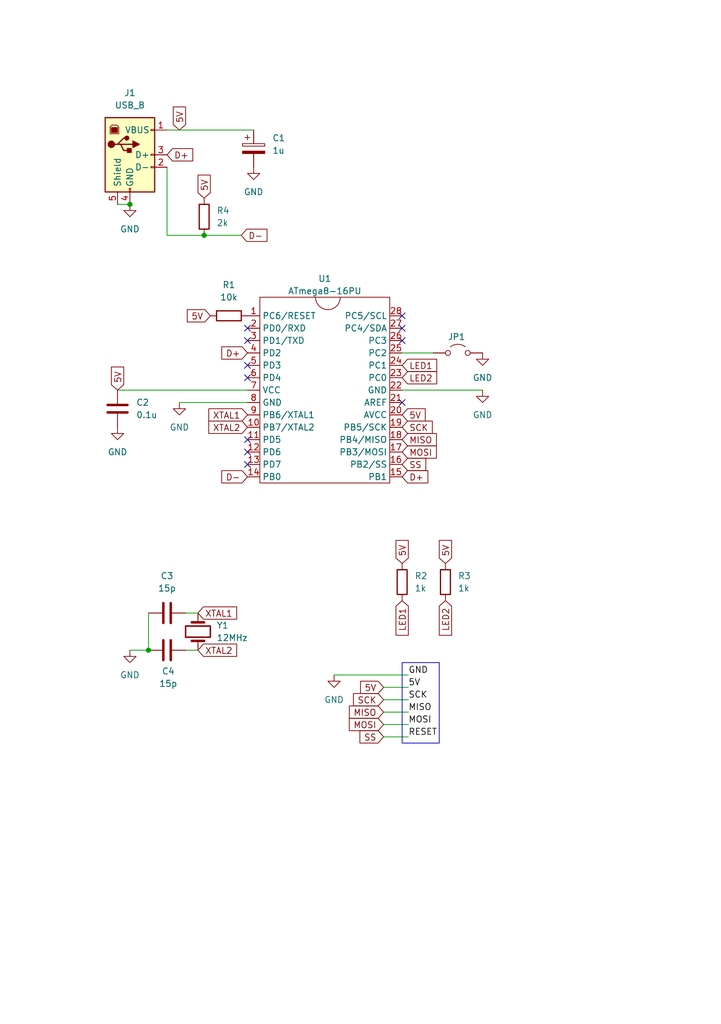
<source format=kicad_sch>
(kicad_sch (version 20231120) (generator "eeschema") (generator_version "8.0")
  (paper "A5" portrait)
  (lib_symbols
    (symbol "0Ore:ATmega8-16PU"
      (property "Reference" "U" (at 0 0 0))
      (symbol "ATmega8-16PU_0_1"
        (rectangle (start -13.97 40.64) (end 12.7 2.54))
        (arc (start -2.54 40.64) (mid -1.7961 38.8439) (end 0 38.1))
        (arc (start 0 38.1) (mid 1.7961 38.8439) (end 2.54 40.64))
      )
      (symbol "ATmega8-16PU_1_1"
        (pin unspecified line (at -16.51 36.83 0) (length 2.54) (name "PC6/RESET") (number "1"))
        (pin unspecified line (at -16.51 13.97 0) (length 2.54) (name "PB7/XTAL2") (number "10"))
        (pin unspecified line (at -16.51 11.43 0) (length 2.54) (name "PD5") (number "11"))
        (pin unspecified line (at -16.51 8.89 0) (length 2.54) (name "PD6") (number "12"))
        (pin unspecified line (at -16.51 6.35 0) (length 2.54) (name "PD7") (number "13"))
        (pin unspecified line (at -16.51 3.81 0) (length 2.54) (name "PB0") (number "14"))
        (pin unspecified line (at 15.24 3.81 180) (length 2.54) (name "PB1") (number "15"))
        (pin unspecified line (at 15.24 6.35 180) (length 2.54) (name "PB2/SS") (number "16"))
        (pin unspecified line (at 15.24 8.89 180) (length 2.54) (name "PB3/MOSI") (number "17"))
        (pin unspecified line (at 15.24 11.43 180) (length 2.54) (name "PB4/MISO") (number "18"))
        (pin unspecified line (at 15.24 13.97 180) (length 2.54) (name "PB5/SCK") (number "19"))
        (pin unspecified line (at -16.51 34.29 0) (length 2.54) (name "PD0/RXD") (number "2"))
        (pin unspecified line (at 15.24 16.51 180) (length 2.54) (name "AVCC") (number "20"))
        (pin unspecified line (at 15.24 19.05 180) (length 2.54) (name "AREF") (number "21"))
        (pin unspecified line (at 15.24 21.59 180) (length 2.54) (name "GND") (number "22"))
        (pin unspecified line (at 15.24 24.13 180) (length 2.54) (name "PC0") (number "23"))
        (pin unspecified line (at 15.24 26.67 180) (length 2.54) (name "PC1") (number "24"))
        (pin unspecified line (at 15.24 29.21 180) (length 2.54) (name "PC2") (number "25"))
        (pin unspecified line (at 15.24 31.75 180) (length 2.54) (name "PC3") (number "26"))
        (pin unspecified line (at 15.24 34.29 180) (length 2.54) (name "PC4/SDA") (number "27"))
        (pin unspecified line (at 15.24 36.83 180) (length 2.54) (name "PC5/SCL") (number "28"))
        (pin unspecified line (at -16.51 31.75 0) (length 2.54) (name "PD1/TXD") (number "3"))
        (pin unspecified line (at -16.51 29.21 0) (length 2.54) (name "PD2") (number "4"))
        (pin unspecified line (at -16.51 26.67 0) (length 2.54) (name "PD3") (number "5"))
        (pin unspecified line (at -16.51 24.13 0) (length 2.54) (name "PD4") (number "6"))
        (pin unspecified line (at -16.51 21.59 0) (length 2.54) (name "VCC") (number "7"))
        (pin unspecified line (at -16.51 19.05 0) (length 2.54) (name "GND") (number "8"))
        (pin unspecified line (at -16.51 16.51 0) (length 2.54) (name "PB6/XTAL1") (number "9"))
      )
    )
    (symbol "Connector:USB_B" (pin_names (offset 1.016))
      (property "Reference" "J" (at -5.08 11.43 0))
      (property "Value" "USB_B" (at -5.08 8.89 0))
      (symbol "USB_B_0_1"
        (rectangle (start -5.08 -7.62) (end 5.08 7.62) (stroke (width 0.254)) (fill (type background)))
        (circle (center -3.81 2.159) (radius 0.635) (stroke (width 0.254)) (fill (type outline)))
        (rectangle (start -3.81 5.588) (end -2.54 4.572) (fill (type outline)))
        (circle (center -0.635 3.429) (radius 0.381) (stroke (width 0.254)) (fill (type outline)))
        (rectangle (start -0.127 -7.62) (end 0.127 -6.858))
        (polyline (pts (xy -1.905 2.159) (xy 0.635 2.159)) (stroke (width 0.254)))
        (polyline (pts (xy -3.175 2.159) (xy -2.54 2.159) (xy -1.27 3.429) (xy -0.635 3.429)) (stroke (width 0.254)))
        (polyline (pts (xy -2.54 2.159) (xy -1.905 2.159) (xy -1.27 0.889) (xy 0 0.889)) (stroke (width 0.254)))
        (polyline (pts (xy 0.635 2.794) (xy 0.635 1.524) (xy 1.905 2.159) (xy 0.635 2.794)) (stroke (width 0.254)) (fill (type outline)))
        (polyline (pts (xy -4.064 4.318) (xy -2.286 4.318) (xy -2.286 5.715) (xy -2.667 6.096) (xy -3.683 6.096) (xy -4.064 5.715) (xy -4.064 4.318)))
        (rectangle (start 0.254 1.27) (end -0.508 0.508) (stroke (width 0.254)) (fill (type outline)))
        (rectangle (start 5.08 -2.667) (end 4.318 -2.413))
        (rectangle (start 5.08 -0.127) (end 4.318 0.127))
        (rectangle (start 5.08 4.953) (end 4.318 5.207))
      )
      (symbol "USB_B_1_1"
        (pin power_out line (at 7.62 5.08 180) (length 2.54) (name "VBUS") (number "1"))
        (pin bidirectional line (at 7.62 -2.54 180) (length 2.54) (name "D-") (number "2"))
        (pin bidirectional line (at 7.62 0 180) (length 2.54) (name "D+") (number "3"))
        (pin power_out line (at 0 -10.16 90) (length 2.54) (name "GND") (number "4"))
        (pin passive line (at -2.54 -10.16 90) (length 2.54) (name "Shield") (number "5"))
      )
    )
    (symbol "Device:C" (pin_numbers hide) (pin_names (offset 0.254))
      (property "Reference" "C" (at 0.635 2.54 0))
      (property "Value" "C" (at 0.635 -2.54 0))
      (symbol "C_0_1"
        (polyline (pts (xy -2.032 -0.762) (xy 2.032 -0.762)) (stroke (width 0.508)))
        (polyline (pts (xy -2.032 0.762) (xy 2.032 0.762)) (stroke (width 0.508)))
      )
      (symbol "C_1_1"
        (pin passive line (at 0 3.81 270) (length 2.794) (name "~") (number "1"))
        (pin passive line (at 0 -3.81 90) (length 2.794) (name "~") (number "2"))
      )
    )
    (symbol "Device:C_Polarized" (pin_numbers hide) (pin_names (offset 0.254))
      (property "Reference" "C" (at 0.635 2.54 0))
      (property "Value" "C_Polarized" (at 0.635 -2.54 0))
      (symbol "C_Polarized_0_1"
        (rectangle (start -2.286 0.508) (end 2.286 1.016))
        (polyline (pts (xy -1.778 2.286) (xy -0.762 2.286)))
        (polyline (pts (xy -1.27 2.794) (xy -1.27 1.778)))
        (rectangle (start 2.286 -0.508) (end -2.286 -1.016) (fill (type outline)))
      )
      (symbol "C_Polarized_1_1"
        (pin passive line (at 0 3.81 270) (length 2.794) (name "~") (number "1"))
        (pin passive line (at 0 -3.81 90) (length 2.794) (name "~") (number "2"))
      )
    )
    (symbol "Device:Crystal" (pin_numbers hide) (pin_names (offset 1.016) hide)
      (property "Reference" "Y" (at 0 3.81 0))
      (property "Value" "Crystal" (at 0 -3.81 0))
      (symbol "Crystal_0_1"
        (rectangle (start -1.143 2.54) (end 1.143 -2.54) (stroke (width 0.3048)))
        (polyline (pts (xy -2.54 0) (xy -1.905 0)))
        (polyline (pts (xy -1.905 -1.27) (xy -1.905 1.27)) (stroke (width 0.508)))
        (polyline (pts (xy 1.905 -1.27) (xy 1.905 1.27)) (stroke (width 0.508)))
        (polyline (pts (xy 2.54 0) (xy 1.905 0)))
      )
      (symbol "Crystal_1_1"
        (pin passive line (at -3.81 0 0) (length 1.27) (name "1") (number "1"))
        (pin passive line (at 3.81 0 180) (length 1.27) (name "2") (number "2"))
      )
    )
    (symbol "Device:R" (pin_numbers hide) (pin_names (offset 0))
      (property "Reference" "R" (at 2.032 0 90))
      (property "Value" "R" (at 0 0 90))
      (symbol "R_0_1"
        (rectangle (start -1.016 -2.54) (end 1.016 2.54) (stroke (width 0.254)))
      )
      (symbol "R_1_1"
        (pin passive line (at 0 3.81 270) (length 1.27) (name "~") (number "1"))
        (pin passive line (at 0 -3.81 90) (length 1.27) (name "~") (number "2"))
      )
    )
    (symbol "Jumper:Jumper_2_Open" (pin_numbers hide) (pin_names (offset 0) hide) (exclude_from_sim yes)
      (property "Reference" "JP" (at 0 2.794 0))
      (property "Value" "Jumper_2_Open" (at 0 -2.286 0))
      (symbol "Jumper_2_Open_0_0"
        (circle (center -2.032 0) (radius 0.508))
        (circle (center 2.032 0) (radius 0.508))
      )
      (symbol "Jumper_2_Open_0_1"
        (arc (start 1.524 1.27) (mid 0 1.778) (end -1.524 1.27))
      )
      (symbol "Jumper_2_Open_1_1"
        (pin passive line (at -5.08 0 0) (length 2.54) (name "A") (number "1"))
        (pin passive line (at 5.08 0 180) (length 2.54) (name "B") (number "2"))
      )
    )
    (symbol "power:GND" (power) (pin_numbers hide) (pin_names (offset 0) hide)
      (property "Value" "GND" (at 0 -3.81 0))
      (symbol "GND_0_1"
        (polyline (pts (xy 0 0) (xy 0 -1.27) (xy 1.27 -1.27) (xy 0 -2.54) (xy -1.27 -1.27) (xy 0 -1.27)))
      )
      (symbol "GND_1_1"
        (pin power_in line (at 0 0 270) (length 0) (name "~") (number "1"))
      )
    )
  )
  (junction (at 26.67 41.91))
  (junction (at 41.91 48.26))
  (junction (at 30.48 133.35))
  (no_connect (at 50.8 77.47))
  (no_connect (at 82.55 64.77))
  (no_connect (at 50.8 92.71))
  (no_connect (at 50.8 95.25))
  (no_connect (at 82.55 67.31))
  (no_connect (at 50.8 74.93))
  (no_connect (at 82.55 82.55))
  (no_connect (at 50.8 69.85))
  (no_connect (at 50.8 90.17))
  (no_connect (at 50.8 67.31))
  (no_connect (at 82.55 69.85))
  (wire (pts (xy 24.13 80.01) (xy 50.8 80.01)))
  (wire (pts (xy 38.1 125.73) (xy 40.64 125.73)))
  (wire (pts (xy 78.74 140.97) (xy 83.82 140.97)))
  (wire (pts (xy 68.58 138.43) (xy 83.82 138.43)))
  (wire (pts (xy 78.74 151.13) (xy 83.82 151.13)))
  (wire (pts (xy 78.74 143.51) (xy 83.82 143.51)))
  (wire (pts (xy 34.29 48.26) (xy 34.29 34.29)))
  (wire (pts (xy 24.13 41.91) (xy 26.67 41.91)))
  (wire (pts (xy 26.67 133.35) (xy 30.48 133.35)))
  (wire (pts (xy 78.74 148.59) (xy 83.82 148.59)))
  (wire (pts (xy 82.55 72.39) (xy 88.9 72.39)))
  (wire (pts (xy 78.74 146.05) (xy 83.82 146.05)))
  (wire (pts (xy 30.48 125.73) (xy 30.48 133.35)))
  (wire (pts (xy 41.91 48.26) (xy 34.29 48.26)))
  (wire (pts (xy 38.1 133.35) (xy 40.64 133.35)))
  (wire (pts (xy 34.29 26.67) (xy 52.07 26.67)))
  (wire (pts (xy 36.83 82.55) (xy 50.8 82.55)))
  (wire (pts (xy 49.53 48.26) (xy 41.91 48.26)))
  (wire (pts (xy 82.55 80.01) (xy 99.06 80.01)))
  (rectangle (start 82.55 135.89) (end 90.17 152.4))
  (label "5V" (at 83.82 140.97 0))
  (label "GND" (at 83.82 138.43 0))
  (label "MOSI" (at 83.82 148.59 0))
  (label "SCK" (at 83.82 143.51 0))
  (label "RESET" (at 83.82 151.13 0))
  (label "MISO" (at 83.82 146.05 0))
  (global_label "MOSI" (shape input) (at 82.55 92.71 0) (property "Intersheetrefs" "${INTERSHEET_REFS}" (effects (hide yes))))
  (global_label "D-" (shape input) (at 50.8 97.79 180) (property "Intersheetrefs" "${INTERSHEET_REFS}" (effects (hide yes))))
  (global_label "D+" (shape input) (at 82.55 97.79 0) (property "Intersheetrefs" "${INTERSHEET_REFS}" (effects (hide yes))))
  (global_label "MISO" (shape input) (at 78.74 146.05 180) (property "Intersheetrefs" "${INTERSHEET_REFS}" (effects (hide yes))))
  (global_label "SS" (shape input) (at 82.55 95.25 0) (property "Intersheetrefs" "${INTERSHEET_REFS}" (effects (hide yes))))
  (global_label "5V" (shape input) (at 36.83 26.67 90) (property "Intersheetrefs" "${INTERSHEET_REFS}" (effects (hide yes))))
  (global_label "LED2" (shape input) (at 82.55 77.47 0) (property "Intersheetrefs" "${INTERSHEET_REFS}" (effects (hide yes))))
  (global_label "XTAL1" (shape input) (at 50.8 85.09 180) (property "Intersheetrefs" "${INTERSHEET_REFS}" (effects (hide yes))))
  (global_label "5V" (shape input) (at 91.44 115.57 90) (property "Intersheetrefs" "${INTERSHEET_REFS}" (effects (hide yes))))
  (global_label "D-" (shape input) (at 49.53 48.26 0) (property "Intersheetrefs" "${INTERSHEET_REFS}" (effects (hide yes))))
  (global_label "SS" (shape input) (at 78.74 151.13 180) (property "Intersheetrefs" "${INTERSHEET_REFS}" (effects (hide yes))))
  (global_label "MISO" (shape input) (at 82.55 90.17 0) (property "Intersheetrefs" "${INTERSHEET_REFS}" (effects (hide yes))))
  (global_label "XTAL1" (shape input) (at 40.64 125.73 0) (property "Intersheetrefs" "${INTERSHEET_REFS}" (effects (hide yes))))
  (global_label "SCK" (shape input) (at 82.55 87.63 0) (property "Intersheetrefs" "${INTERSHEET_REFS}" (effects (hide yes))))
  (global_label "SCK" (shape input) (at 78.74 143.51 180) (property "Intersheetrefs" "${INTERSHEET_REFS}" (effects (hide yes))))
  (global_label "5V" (shape input) (at 24.13 80.01 90) (property "Intersheetrefs" "${INTERSHEET_REFS}" (effects (hide yes))))
  (global_label "XTAL2" (shape input) (at 40.64 133.35 0) (property "Intersheetrefs" "${INTERSHEET_REFS}" (effects (hide yes))))
  (global_label "5V" (shape input) (at 82.55 85.09 0) (property "Intersheetrefs" "${INTERSHEET_REFS}" (effects (hide yes))))
  (global_label "XTAL2" (shape input) (at 50.8 87.63 180) (property "Intersheetrefs" "${INTERSHEET_REFS}" (effects (hide yes))))
  (global_label "5V" (shape input) (at 82.55 115.57 90) (property "Intersheetrefs" "${INTERSHEET_REFS}" (effects (hide yes))))
  (global_label "D+" (shape input) (at 34.29 31.75 0) (property "Intersheetrefs" "${INTERSHEET_REFS}" (effects (hide yes))))
  (global_label "5V" (shape input) (at 41.91 40.64 90) (property "Intersheetrefs" "${INTERSHEET_REFS}" (effects (hide yes))))
  (global_label "LED1" (shape input) (at 82.55 74.93 0) (property "Intersheetrefs" "${INTERSHEET_REFS}" (effects (hide yes))))
  (global_label "D+" (shape input) (at 50.8 72.39 180) (property "Intersheetrefs" "${INTERSHEET_REFS}" (effects (hide yes))))
  (global_label "LED1" (shape input) (at 82.55 123.19 270) (property "Intersheetrefs" "${INTERSHEET_REFS}" (effects (hide yes))))
  (global_label "5V" (shape input) (at 43.18 64.77 180) (property "Intersheetrefs" "${INTERSHEET_REFS}" (effects (hide yes))))
  (global_label "5V" (shape input) (at 78.74 140.97 180) (property "Intersheetrefs" "${INTERSHEET_REFS}" (effects (hide yes))))
  (global_label "LED2" (shape input) (at 91.44 123.19 270) (property "Intersheetrefs" "${INTERSHEET_REFS}" (effects (hide yes))))
  (global_label "MOSI" (shape input) (at 78.74 148.59 180) (property "Intersheetrefs" "${INTERSHEET_REFS}" (effects (hide yes))))
  (symbol (lib_id "Device:Crystal") (at 40.64 129.54 90) (unit 1)
    (property "Reference" "Y1" (at 44.45 128.2699 90) (effects (justify right)))
    (property "Value" "12MHz" (at 44.45 130.8099 90) (effects (justify right)))
    (property "Description" "Two pin crystal" (effects (hide yes)))
  )
  (symbol (lib_id "Device:R") (at 91.44 119.38 0) (unit 1)
    (property "Reference" "R3" (at 93.98 118.1099 0) (effects (justify left)))
    (property "Value" "1k" (at 93.98 120.6499 0) (effects (justify left)))
    (property "Description" "Resistor" (effects (hide yes)))
  )
  (symbol (lib_id "power:GND") (at 99.06 72.39 0) (unit 1)
    (property "Reference" "#PWR03" (effects (hide yes)))
    (property "Value" "GND" (at 99.06 77.47 0))
    (property "Description" "Power symbol creates a global label with name \"GND\" , ground" (effects (hide yes)))
  )
  (symbol (lib_id "power:GND") (at 26.67 41.91 0) (unit 1)
    (property "Reference" "#PWR02" (effects (hide yes)))
    (property "Value" "GND" (at 26.67 46.99 0))
    (property "Description" "Power symbol creates a global label with name \"GND\" , ground" (effects (hide yes)))
  )
  (symbol (lib_id "Device:C") (at 34.29 133.35 270) (unit 1)
    (property "Reference" "C4" (at 34.544 137.668 90))
    (property "Value" "15p" (at 34.544 140.208 90))
    (property "Description" "Unpolarized capacitor" (effects (hide yes)))
  )
  (symbol (lib_id "Device:C") (at 34.29 125.73 270) (unit 1)
    (property "Reference" "C3" (at 34.29 118.11 90))
    (property "Value" "15p" (at 34.29 120.65 90))
    (property "Description" "Unpolarized capacitor" (effects (hide yes)))
  )
  (symbol (lib_id "Device:R") (at 46.99 64.77 90) (unit 1)
    (property "Reference" "R1" (at 46.99 58.42 90))
    (property "Value" "10k" (at 46.99 60.96 90))
    (property "Description" "Resistor" (effects (hide yes)))
  )
  (symbol (lib_id "Jumper:Jumper_2_Open") (at 93.98 72.39 0) (unit 1) (exclude_from_sim yes)
    (property "Reference" "JP1" (at 93.726 69.088 0))
    (property "Value" "Jumper_2_Open" (effects (hide yes)))
    (property "Description" "Jumper, 2-pole, open" (effects (hide yes)))
  )
  (symbol (lib_id "0Ore:ATmega8-16PU") (at 67.31 101.6 0) (unit 1)
    (property "Reference" "U1" (at 66.675 57.15 0))
    (property "Value" "ATmega8-16PU" (at 66.675 59.69 0))
  )
  (symbol (lib_id "power:GND") (at 52.07 34.29 0) (unit 1)
    (property "Reference" "#PWR01" (effects (hide yes)))
    (property "Value" "GND" (at 52.07 39.37 0))
    (property "Description" "Power symbol creates a global label with name \"GND\" , ground" (effects (hide yes)))
  )
  (symbol (lib_id "Device:C_Polarized") (at 52.07 30.48 0) (unit 1)
    (property "Reference" "C1" (at 55.88 28.3209 0) (effects (justify left)))
    (property "Value" "1u" (at 55.88 30.8609 0) (effects (justify left)))
    (property "Description" "Polarized capacitor" (effects (hide yes)))
  )
  (symbol (lib_id "Connector:USB_B") (at 26.67 31.75 0) (unit 1)
    (property "Reference" "J1" (at 26.67 19.05 0))
    (property "Value" "USB_B" (at 26.67 21.59 0))
    (property "Description" "USB Type B connector" (effects (hide yes)))
  )
  (symbol (lib_id "Device:R") (at 41.91 44.45 0) (unit 1)
    (property "Reference" "R4" (at 44.45 43.1799 0) (effects (justify left)))
    (property "Value" "2k" (at 44.45 45.7199 0) (effects (justify left)))
    (property "Description" "Resistor" (effects (hide yes)))
  )
  (symbol (lib_id "power:GND") (at 68.58 138.43 0) (unit 1)
    (property "Reference" "#PWR08" (effects (hide yes)))
    (property "Value" "GND" (at 68.58 143.51 0))
    (property "Description" "Power symbol creates a global label with name \"GND\" , ground" (effects (hide yes)))
  )
  (symbol (lib_id "power:GND") (at 36.83 82.55 0) (unit 1)
    (property "Reference" "#PWR05" (effects (hide yes)))
    (property "Value" "GND" (at 36.83 87.63 0))
    (property "Description" "Power symbol creates a global label with name \"GND\" , ground" (effects (hide yes)))
  )
  (symbol (lib_id "power:GND") (at 26.67 133.35 0) (unit 1)
    (property "Reference" "#PWR07" (effects (hide yes)))
    (property "Value" "GND" (at 26.67 138.43 0))
    (property "Description" "Power symbol creates a global label with name \"GND\" , ground" (effects (hide yes)))
  )
  (symbol (lib_id "Device:R") (at 82.55 119.38 0) (unit 1)
    (property "Reference" "R2" (at 85.09 118.1099 0) (effects (justify left)))
    (property "Value" "1k" (at 85.09 120.6499 0) (effects (justify left)))
    (property "Description" "Resistor" (effects (hide yes)))
  )
  (symbol (lib_id "power:GND") (at 24.13 87.63 0) (unit 1)
    (property "Reference" "#PWR06" (effects (hide yes)))
    (property "Value" "GND" (at 24.13 92.71 0))
    (property "Description" "Power symbol creates a global label with name \"GND\" , ground" (effects (hide yes)))
  )
  (symbol (lib_id "Device:C") (at 24.13 83.82 0) (unit 1)
    (property "Reference" "C2" (at 27.94 82.5499 0) (effects (justify left)))
    (property "Value" "0.1u" (at 27.94 85.0899 0) (effects (justify left)))
    (property "Description" "Unpolarized capacitor" (effects (hide yes)))
  )
  (symbol (lib_id "power:GND") (at 99.06 80.01 0) (unit 1)
    (property "Reference" "#PWR04" (effects (hide yes)))
    (property "Value" "GND" (at 99.06 85.09 0))
    (property "Description" "Power symbol creates a global label with name \"GND\" , ground" (effects (hide yes)))
  )
)
</source>
